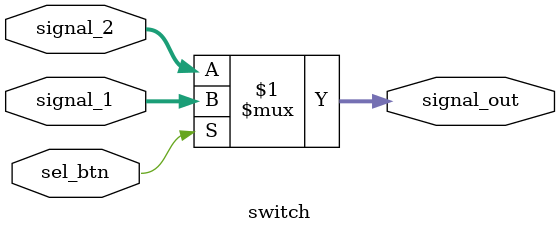
<source format=v>
module switch (
    input sel_btn,
    input [7:0] signal_1, signal_2,
    output [7:0] signal_out
);

assign signal_out = (sel_btn) ? signal_1 : signal_2;

endmodule
</source>
